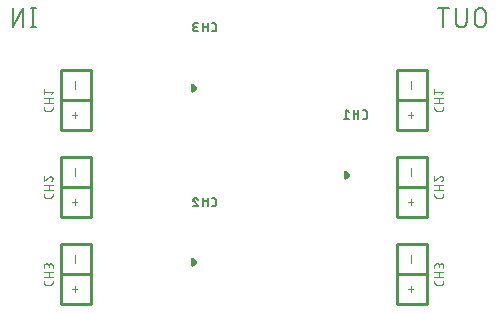
<source format=gbr>
G04 EAGLE Gerber RS-274X export*
G75*
%MOMM*%
%FSLAX34Y34*%
%LPD*%
%INSilkscreen Bottom*%
%IPPOS*%
%AMOC8*
5,1,8,0,0,1.08239X$1,22.5*%
G01*
%ADD10C,0.254000*%
%ADD11C,0.076200*%
%ADD12C,0.152400*%
%ADD13C,0.177800*%

G36*
X195638Y207022D02*
X195638Y207022D01*
X195777Y207026D01*
X195797Y207032D01*
X195817Y207033D01*
X195949Y207076D01*
X196083Y207115D01*
X196100Y207125D01*
X196119Y207131D01*
X196237Y207205D01*
X196357Y207276D01*
X196378Y207295D01*
X196388Y207301D01*
X196402Y207316D01*
X196478Y207383D01*
X199018Y209923D01*
X199091Y210017D01*
X199169Y210106D01*
X199179Y210125D01*
X199190Y210138D01*
X199198Y210155D01*
X199212Y210174D01*
X199260Y210283D01*
X199314Y210389D01*
X199319Y210412D01*
X199325Y210426D01*
X199329Y210442D01*
X199339Y210466D01*
X199357Y210583D01*
X199384Y210699D01*
X199383Y210725D01*
X199385Y210738D01*
X199384Y210752D01*
X199389Y210780D01*
X199377Y210898D01*
X199374Y211017D01*
X199366Y211044D01*
X199365Y211055D01*
X199362Y211067D01*
X199359Y211096D01*
X199319Y211209D01*
X199285Y211323D01*
X199271Y211348D01*
X199267Y211358D01*
X199261Y211368D01*
X199251Y211396D01*
X199184Y211494D01*
X199124Y211597D01*
X199084Y211642D01*
X199073Y211659D01*
X199057Y211672D01*
X199018Y211718D01*
X196478Y214258D01*
X196398Y214319D01*
X196330Y214383D01*
X196297Y214402D01*
X196261Y214431D01*
X196242Y214440D01*
X196226Y214452D01*
X196124Y214497D01*
X196052Y214537D01*
X196020Y214545D01*
X195973Y214567D01*
X195953Y214571D01*
X195934Y214579D01*
X195814Y214598D01*
X195744Y214616D01*
X195703Y214619D01*
X195661Y214627D01*
X195640Y214625D01*
X195620Y214629D01*
X195590Y214626D01*
X195583Y214626D01*
X195580Y214626D01*
X195536Y214621D01*
X195481Y214616D01*
X195343Y214607D01*
X195324Y214601D01*
X195304Y214599D01*
X195272Y214587D01*
X195264Y214586D01*
X195218Y214568D01*
X195172Y214552D01*
X195041Y214509D01*
X195023Y214498D01*
X195004Y214491D01*
X194977Y214473D01*
X194969Y214469D01*
X194920Y214434D01*
X194889Y214413D01*
X194772Y214339D01*
X194758Y214324D01*
X194741Y214313D01*
X194720Y214289D01*
X194711Y214283D01*
X194663Y214223D01*
X194649Y214209D01*
X194554Y214107D01*
X194544Y214089D01*
X194531Y214074D01*
X194518Y214048D01*
X194509Y214038D01*
X194468Y213951D01*
X194468Y213950D01*
X194400Y213829D01*
X194395Y213809D01*
X194386Y213791D01*
X194380Y213765D01*
X194373Y213750D01*
X194353Y213645D01*
X194321Y213521D01*
X194319Y213493D01*
X194317Y213481D01*
X194317Y213460D01*
X194317Y213456D01*
X194313Y213438D01*
X194314Y213419D01*
X194311Y213360D01*
X194311Y208280D01*
X194328Y208142D01*
X194341Y208004D01*
X194348Y207985D01*
X194351Y207964D01*
X194402Y207835D01*
X194449Y207704D01*
X194460Y207688D01*
X194468Y207669D01*
X194549Y207556D01*
X194627Y207441D01*
X194643Y207428D01*
X194654Y207411D01*
X194762Y207323D01*
X194866Y207231D01*
X194884Y207222D01*
X194899Y207209D01*
X195025Y207149D01*
X195149Y207086D01*
X195169Y207082D01*
X195187Y207073D01*
X195323Y207047D01*
X195459Y207017D01*
X195480Y207017D01*
X195500Y207013D01*
X195638Y207022D01*
G37*
G36*
X325178Y133362D02*
X325178Y133362D01*
X325317Y133366D01*
X325337Y133372D01*
X325357Y133373D01*
X325489Y133416D01*
X325623Y133455D01*
X325640Y133465D01*
X325659Y133471D01*
X325777Y133545D01*
X325897Y133616D01*
X325918Y133635D01*
X325928Y133641D01*
X325942Y133656D01*
X326018Y133723D01*
X328558Y136263D01*
X328631Y136357D01*
X328709Y136446D01*
X328719Y136465D01*
X328730Y136478D01*
X328738Y136495D01*
X328752Y136514D01*
X328800Y136623D01*
X328854Y136729D01*
X328859Y136752D01*
X328865Y136766D01*
X328869Y136782D01*
X328879Y136806D01*
X328897Y136923D01*
X328924Y137039D01*
X328923Y137065D01*
X328925Y137078D01*
X328924Y137092D01*
X328929Y137120D01*
X328917Y137238D01*
X328914Y137357D01*
X328906Y137384D01*
X328905Y137395D01*
X328902Y137407D01*
X328899Y137436D01*
X328859Y137549D01*
X328825Y137663D01*
X328811Y137688D01*
X328807Y137698D01*
X328801Y137708D01*
X328791Y137736D01*
X328724Y137834D01*
X328664Y137937D01*
X328624Y137982D01*
X328613Y137999D01*
X328597Y138012D01*
X328558Y138058D01*
X326018Y140598D01*
X325938Y140659D01*
X325870Y140723D01*
X325837Y140742D01*
X325801Y140771D01*
X325782Y140780D01*
X325766Y140792D01*
X325664Y140837D01*
X325592Y140877D01*
X325560Y140885D01*
X325513Y140907D01*
X325493Y140911D01*
X325474Y140919D01*
X325354Y140938D01*
X325284Y140956D01*
X325243Y140959D01*
X325201Y140967D01*
X325180Y140965D01*
X325160Y140969D01*
X325130Y140966D01*
X325123Y140966D01*
X325120Y140966D01*
X325076Y140961D01*
X325021Y140956D01*
X324883Y140947D01*
X324864Y140941D01*
X324844Y140939D01*
X324812Y140927D01*
X324804Y140926D01*
X324758Y140908D01*
X324712Y140892D01*
X324581Y140849D01*
X324563Y140838D01*
X324544Y140831D01*
X324517Y140813D01*
X324509Y140809D01*
X324460Y140774D01*
X324429Y140753D01*
X324312Y140679D01*
X324298Y140664D01*
X324281Y140653D01*
X324260Y140629D01*
X324251Y140623D01*
X324203Y140563D01*
X324189Y140549D01*
X324094Y140447D01*
X324084Y140429D01*
X324071Y140414D01*
X324058Y140388D01*
X324049Y140378D01*
X324008Y140291D01*
X324008Y140290D01*
X323940Y140169D01*
X323935Y140149D01*
X323926Y140131D01*
X323920Y140105D01*
X323913Y140090D01*
X323893Y139985D01*
X323861Y139861D01*
X323859Y139833D01*
X323857Y139821D01*
X323857Y139800D01*
X323857Y139796D01*
X323853Y139778D01*
X323854Y139759D01*
X323851Y139700D01*
X323851Y134620D01*
X323868Y134482D01*
X323881Y134344D01*
X323888Y134325D01*
X323891Y134304D01*
X323942Y134175D01*
X323989Y134044D01*
X324000Y134028D01*
X324008Y134009D01*
X324089Y133896D01*
X324167Y133781D01*
X324183Y133768D01*
X324194Y133751D01*
X324302Y133663D01*
X324406Y133571D01*
X324424Y133562D01*
X324439Y133549D01*
X324565Y133489D01*
X324689Y133426D01*
X324709Y133422D01*
X324727Y133413D01*
X324863Y133387D01*
X324999Y133357D01*
X325020Y133357D01*
X325040Y133353D01*
X325178Y133362D01*
G37*
G36*
X195638Y59702D02*
X195638Y59702D01*
X195777Y59706D01*
X195797Y59712D01*
X195817Y59713D01*
X195949Y59756D01*
X196083Y59795D01*
X196100Y59805D01*
X196119Y59811D01*
X196237Y59885D01*
X196357Y59956D01*
X196378Y59975D01*
X196388Y59981D01*
X196402Y59996D01*
X196478Y60063D01*
X199018Y62603D01*
X199091Y62697D01*
X199169Y62786D01*
X199179Y62805D01*
X199190Y62818D01*
X199198Y62835D01*
X199212Y62854D01*
X199260Y62963D01*
X199314Y63069D01*
X199319Y63092D01*
X199325Y63106D01*
X199329Y63122D01*
X199339Y63146D01*
X199357Y63263D01*
X199384Y63379D01*
X199383Y63405D01*
X199385Y63418D01*
X199384Y63432D01*
X199389Y63460D01*
X199377Y63578D01*
X199374Y63697D01*
X199366Y63724D01*
X199365Y63735D01*
X199362Y63747D01*
X199359Y63776D01*
X199319Y63889D01*
X199285Y64003D01*
X199271Y64028D01*
X199267Y64038D01*
X199261Y64048D01*
X199251Y64076D01*
X199184Y64174D01*
X199124Y64277D01*
X199084Y64322D01*
X199073Y64339D01*
X199057Y64352D01*
X199018Y64398D01*
X196478Y66938D01*
X196398Y66999D01*
X196330Y67063D01*
X196297Y67082D01*
X196261Y67111D01*
X196242Y67120D01*
X196226Y67132D01*
X196124Y67177D01*
X196052Y67217D01*
X196020Y67225D01*
X195973Y67247D01*
X195953Y67251D01*
X195934Y67259D01*
X195814Y67278D01*
X195744Y67296D01*
X195703Y67299D01*
X195661Y67307D01*
X195640Y67305D01*
X195620Y67309D01*
X195590Y67306D01*
X195583Y67306D01*
X195580Y67306D01*
X195536Y67301D01*
X195481Y67296D01*
X195343Y67287D01*
X195324Y67281D01*
X195304Y67279D01*
X195272Y67267D01*
X195264Y67266D01*
X195218Y67248D01*
X195172Y67232D01*
X195041Y67189D01*
X195023Y67178D01*
X195004Y67171D01*
X194977Y67153D01*
X194969Y67149D01*
X194920Y67114D01*
X194889Y67093D01*
X194772Y67019D01*
X194758Y67004D01*
X194741Y66993D01*
X194720Y66969D01*
X194711Y66963D01*
X194663Y66903D01*
X194649Y66889D01*
X194554Y66787D01*
X194544Y66769D01*
X194531Y66754D01*
X194518Y66728D01*
X194509Y66718D01*
X194468Y66631D01*
X194468Y66630D01*
X194400Y66509D01*
X194395Y66489D01*
X194386Y66471D01*
X194380Y66445D01*
X194373Y66430D01*
X194353Y66325D01*
X194321Y66201D01*
X194319Y66173D01*
X194317Y66161D01*
X194317Y66140D01*
X194317Y66136D01*
X194313Y66118D01*
X194314Y66099D01*
X194311Y66040D01*
X194311Y60960D01*
X194328Y60822D01*
X194341Y60684D01*
X194348Y60665D01*
X194351Y60644D01*
X194402Y60515D01*
X194449Y60384D01*
X194460Y60368D01*
X194468Y60349D01*
X194549Y60236D01*
X194627Y60121D01*
X194643Y60108D01*
X194654Y60091D01*
X194762Y60003D01*
X194866Y59911D01*
X194884Y59902D01*
X194899Y59889D01*
X195025Y59829D01*
X195149Y59766D01*
X195169Y59762D01*
X195187Y59753D01*
X195323Y59727D01*
X195459Y59697D01*
X195480Y59697D01*
X195500Y59693D01*
X195638Y59702D01*
G37*
D10*
X83820Y226060D02*
X83820Y200660D01*
X83820Y175260D01*
X109220Y175260D02*
X109220Y200660D01*
X109220Y226060D01*
X83820Y226060D01*
X83820Y200660D02*
X109220Y200660D01*
X109220Y175260D02*
X83820Y175260D01*
D11*
X69723Y193290D02*
X69723Y194927D01*
X69723Y193290D02*
X69725Y193212D01*
X69730Y193134D01*
X69740Y193057D01*
X69753Y192980D01*
X69769Y192904D01*
X69789Y192829D01*
X69813Y192755D01*
X69840Y192682D01*
X69871Y192610D01*
X69905Y192540D01*
X69942Y192472D01*
X69983Y192405D01*
X70027Y192340D01*
X70073Y192278D01*
X70123Y192218D01*
X70175Y192160D01*
X70230Y192105D01*
X70288Y192053D01*
X70348Y192003D01*
X70410Y191957D01*
X70475Y191913D01*
X70542Y191872D01*
X70610Y191835D01*
X70680Y191801D01*
X70752Y191770D01*
X70825Y191743D01*
X70899Y191719D01*
X70974Y191699D01*
X71050Y191683D01*
X71127Y191670D01*
X71204Y191660D01*
X71282Y191655D01*
X71360Y191653D01*
X75452Y191653D01*
X75530Y191655D01*
X75608Y191660D01*
X75685Y191670D01*
X75762Y191683D01*
X75838Y191699D01*
X75913Y191719D01*
X75987Y191743D01*
X76060Y191770D01*
X76132Y191801D01*
X76202Y191835D01*
X76271Y191872D01*
X76337Y191913D01*
X76402Y191957D01*
X76464Y192003D01*
X76524Y192053D01*
X76582Y192105D01*
X76637Y192160D01*
X76689Y192218D01*
X76739Y192278D01*
X76785Y192340D01*
X76829Y192405D01*
X76870Y192472D01*
X76907Y192540D01*
X76941Y192610D01*
X76972Y192682D01*
X76999Y192755D01*
X77023Y192829D01*
X77043Y192904D01*
X77059Y192980D01*
X77072Y193057D01*
X77082Y193134D01*
X77087Y193212D01*
X77089Y193290D01*
X77089Y194927D01*
X77089Y198016D02*
X69723Y198016D01*
X73815Y198016D02*
X73815Y202108D01*
X77089Y202108D02*
X69723Y202108D01*
X75452Y205575D02*
X77089Y207621D01*
X69723Y207621D01*
X69723Y205575D02*
X69723Y209667D01*
X95702Y190415D02*
X95702Y185505D01*
X98157Y187960D02*
X93246Y187960D01*
X95702Y210291D02*
X95702Y216429D01*
D10*
X83820Y152400D02*
X83820Y127000D01*
X83820Y101600D01*
X109220Y101600D02*
X109220Y127000D01*
X109220Y152400D01*
X83820Y152400D01*
X83820Y127000D02*
X109220Y127000D01*
X109220Y101600D02*
X83820Y101600D01*
D11*
X69723Y119630D02*
X69723Y121267D01*
X69723Y119630D02*
X69725Y119552D01*
X69730Y119474D01*
X69740Y119397D01*
X69753Y119320D01*
X69769Y119244D01*
X69789Y119169D01*
X69813Y119095D01*
X69840Y119022D01*
X69871Y118950D01*
X69905Y118880D01*
X69942Y118812D01*
X69983Y118745D01*
X70027Y118680D01*
X70073Y118618D01*
X70123Y118558D01*
X70175Y118500D01*
X70230Y118445D01*
X70288Y118393D01*
X70348Y118343D01*
X70410Y118297D01*
X70475Y118253D01*
X70542Y118212D01*
X70610Y118175D01*
X70680Y118141D01*
X70752Y118110D01*
X70825Y118083D01*
X70899Y118059D01*
X70974Y118039D01*
X71050Y118023D01*
X71127Y118010D01*
X71204Y118000D01*
X71282Y117995D01*
X71360Y117993D01*
X75452Y117993D01*
X75530Y117995D01*
X75608Y118000D01*
X75685Y118010D01*
X75762Y118023D01*
X75838Y118039D01*
X75913Y118059D01*
X75987Y118083D01*
X76060Y118110D01*
X76132Y118141D01*
X76202Y118175D01*
X76271Y118212D01*
X76337Y118253D01*
X76402Y118297D01*
X76464Y118343D01*
X76524Y118393D01*
X76582Y118445D01*
X76637Y118500D01*
X76689Y118558D01*
X76739Y118618D01*
X76785Y118680D01*
X76829Y118745D01*
X76870Y118812D01*
X76907Y118880D01*
X76941Y118950D01*
X76972Y119022D01*
X76999Y119095D01*
X77023Y119169D01*
X77043Y119244D01*
X77059Y119320D01*
X77072Y119397D01*
X77082Y119474D01*
X77087Y119552D01*
X77089Y119630D01*
X77089Y121267D01*
X77089Y124356D02*
X69723Y124356D01*
X73815Y124356D02*
X73815Y128448D01*
X77089Y128448D02*
X69723Y128448D01*
X77090Y134166D02*
X77088Y134251D01*
X77082Y134336D01*
X77072Y134420D01*
X77059Y134504D01*
X77041Y134588D01*
X77020Y134670D01*
X76995Y134751D01*
X76966Y134831D01*
X76933Y134910D01*
X76897Y134987D01*
X76857Y135062D01*
X76814Y135136D01*
X76768Y135207D01*
X76718Y135276D01*
X76665Y135343D01*
X76609Y135407D01*
X76550Y135468D01*
X76489Y135527D01*
X76425Y135583D01*
X76358Y135636D01*
X76289Y135686D01*
X76218Y135732D01*
X76144Y135775D01*
X76069Y135815D01*
X75992Y135851D01*
X75913Y135884D01*
X75833Y135913D01*
X75752Y135938D01*
X75670Y135959D01*
X75586Y135977D01*
X75502Y135990D01*
X75418Y136000D01*
X75333Y136006D01*
X75248Y136008D01*
X77089Y134166D02*
X77087Y134070D01*
X77081Y133974D01*
X77071Y133879D01*
X77058Y133784D01*
X77040Y133689D01*
X77019Y133596D01*
X76994Y133503D01*
X76965Y133412D01*
X76933Y133321D01*
X76897Y133232D01*
X76857Y133145D01*
X76814Y133059D01*
X76768Y132975D01*
X76718Y132893D01*
X76664Y132813D01*
X76608Y132736D01*
X76548Y132661D01*
X76486Y132588D01*
X76420Y132518D01*
X76352Y132450D01*
X76281Y132385D01*
X76208Y132324D01*
X76132Y132265D01*
X76053Y132209D01*
X75973Y132157D01*
X75890Y132108D01*
X75806Y132062D01*
X75720Y132020D01*
X75632Y131982D01*
X75543Y131947D01*
X75452Y131915D01*
X73816Y135393D02*
X73875Y135453D01*
X73937Y135510D01*
X74001Y135565D01*
X74068Y135616D01*
X74137Y135665D01*
X74207Y135711D01*
X74280Y135754D01*
X74354Y135794D01*
X74430Y135830D01*
X74508Y135863D01*
X74587Y135893D01*
X74667Y135920D01*
X74748Y135943D01*
X74830Y135962D01*
X74912Y135978D01*
X74996Y135991D01*
X75080Y136000D01*
X75164Y136005D01*
X75248Y136007D01*
X73815Y135393D02*
X69723Y131915D01*
X69723Y136007D01*
X95702Y116755D02*
X95702Y111845D01*
X98157Y114300D02*
X93246Y114300D01*
X95702Y136631D02*
X95702Y142769D01*
D10*
X83820Y78740D02*
X83820Y53340D01*
X83820Y27940D01*
X109220Y27940D02*
X109220Y53340D01*
X109220Y78740D01*
X83820Y78740D01*
X83820Y53340D02*
X109220Y53340D01*
X109220Y27940D02*
X83820Y27940D01*
D11*
X69723Y45970D02*
X69723Y47607D01*
X69723Y45970D02*
X69725Y45892D01*
X69730Y45814D01*
X69740Y45737D01*
X69753Y45660D01*
X69769Y45584D01*
X69789Y45509D01*
X69813Y45435D01*
X69840Y45362D01*
X69871Y45290D01*
X69905Y45220D01*
X69942Y45152D01*
X69983Y45085D01*
X70027Y45020D01*
X70073Y44958D01*
X70123Y44898D01*
X70175Y44840D01*
X70230Y44785D01*
X70288Y44733D01*
X70348Y44683D01*
X70410Y44637D01*
X70475Y44593D01*
X70542Y44552D01*
X70610Y44515D01*
X70680Y44481D01*
X70752Y44450D01*
X70825Y44423D01*
X70899Y44399D01*
X70974Y44379D01*
X71050Y44363D01*
X71127Y44350D01*
X71204Y44340D01*
X71282Y44335D01*
X71360Y44333D01*
X75452Y44333D01*
X75530Y44335D01*
X75608Y44340D01*
X75685Y44350D01*
X75762Y44363D01*
X75838Y44379D01*
X75913Y44399D01*
X75987Y44423D01*
X76060Y44450D01*
X76132Y44481D01*
X76202Y44515D01*
X76271Y44552D01*
X76337Y44593D01*
X76402Y44637D01*
X76464Y44683D01*
X76524Y44733D01*
X76582Y44785D01*
X76637Y44840D01*
X76689Y44898D01*
X76739Y44958D01*
X76785Y45020D01*
X76829Y45085D01*
X76870Y45152D01*
X76907Y45220D01*
X76941Y45290D01*
X76972Y45362D01*
X76999Y45435D01*
X77023Y45509D01*
X77043Y45584D01*
X77059Y45660D01*
X77072Y45737D01*
X77082Y45814D01*
X77087Y45892D01*
X77089Y45970D01*
X77089Y47607D01*
X77089Y50696D02*
X69723Y50696D01*
X73815Y50696D02*
X73815Y54788D01*
X77089Y54788D02*
X69723Y54788D01*
X69723Y58255D02*
X69723Y60301D01*
X69725Y60390D01*
X69731Y60479D01*
X69741Y60568D01*
X69754Y60656D01*
X69771Y60744D01*
X69793Y60831D01*
X69818Y60916D01*
X69846Y61001D01*
X69879Y61084D01*
X69915Y61166D01*
X69954Y61246D01*
X69997Y61324D01*
X70043Y61400D01*
X70093Y61475D01*
X70146Y61547D01*
X70202Y61616D01*
X70261Y61683D01*
X70322Y61748D01*
X70387Y61809D01*
X70454Y61868D01*
X70523Y61924D01*
X70595Y61977D01*
X70670Y62027D01*
X70746Y62073D01*
X70824Y62116D01*
X70904Y62155D01*
X70986Y62191D01*
X71069Y62224D01*
X71154Y62252D01*
X71239Y62277D01*
X71326Y62299D01*
X71414Y62316D01*
X71502Y62329D01*
X71591Y62339D01*
X71680Y62345D01*
X71769Y62347D01*
X71858Y62345D01*
X71947Y62339D01*
X72036Y62329D01*
X72124Y62316D01*
X72212Y62299D01*
X72299Y62277D01*
X72384Y62252D01*
X72469Y62224D01*
X72552Y62191D01*
X72634Y62155D01*
X72714Y62116D01*
X72792Y62073D01*
X72868Y62027D01*
X72943Y61977D01*
X73015Y61924D01*
X73084Y61868D01*
X73151Y61809D01*
X73216Y61748D01*
X73277Y61683D01*
X73336Y61616D01*
X73392Y61547D01*
X73445Y61475D01*
X73495Y61400D01*
X73541Y61324D01*
X73584Y61246D01*
X73623Y61166D01*
X73659Y61084D01*
X73692Y61001D01*
X73720Y60916D01*
X73745Y60831D01*
X73767Y60744D01*
X73784Y60656D01*
X73797Y60568D01*
X73807Y60479D01*
X73813Y60390D01*
X73815Y60301D01*
X77089Y60710D02*
X77089Y58255D01*
X77089Y60710D02*
X77087Y60789D01*
X77081Y60868D01*
X77072Y60947D01*
X77059Y61025D01*
X77041Y61102D01*
X77021Y61178D01*
X76996Y61253D01*
X76968Y61327D01*
X76937Y61400D01*
X76901Y61471D01*
X76863Y61540D01*
X76821Y61607D01*
X76776Y61672D01*
X76728Y61735D01*
X76677Y61796D01*
X76623Y61853D01*
X76567Y61909D01*
X76508Y61961D01*
X76446Y62011D01*
X76382Y62057D01*
X76316Y62101D01*
X76248Y62141D01*
X76178Y62177D01*
X76106Y62211D01*
X76032Y62241D01*
X75958Y62267D01*
X75882Y62290D01*
X75805Y62308D01*
X75728Y62324D01*
X75649Y62335D01*
X75571Y62343D01*
X75492Y62347D01*
X75412Y62347D01*
X75333Y62343D01*
X75255Y62335D01*
X75176Y62324D01*
X75099Y62308D01*
X75022Y62290D01*
X74946Y62267D01*
X74872Y62241D01*
X74798Y62211D01*
X74726Y62177D01*
X74656Y62141D01*
X74588Y62101D01*
X74522Y62057D01*
X74458Y62011D01*
X74396Y61961D01*
X74337Y61909D01*
X74281Y61853D01*
X74227Y61796D01*
X74176Y61735D01*
X74128Y61672D01*
X74083Y61607D01*
X74041Y61540D01*
X74003Y61471D01*
X73967Y61400D01*
X73936Y61327D01*
X73908Y61253D01*
X73883Y61178D01*
X73863Y61102D01*
X73845Y61025D01*
X73832Y60947D01*
X73823Y60868D01*
X73817Y60789D01*
X73815Y60710D01*
X73815Y59073D01*
X95702Y43095D02*
X95702Y38185D01*
X98157Y40640D02*
X93246Y40640D01*
X95702Y62971D02*
X95702Y69109D01*
X400431Y193290D02*
X400431Y194927D01*
X400431Y193290D02*
X400433Y193212D01*
X400438Y193134D01*
X400448Y193057D01*
X400461Y192980D01*
X400477Y192904D01*
X400497Y192829D01*
X400521Y192755D01*
X400548Y192682D01*
X400579Y192610D01*
X400613Y192540D01*
X400650Y192472D01*
X400691Y192405D01*
X400735Y192340D01*
X400781Y192278D01*
X400831Y192218D01*
X400883Y192160D01*
X400938Y192105D01*
X400996Y192053D01*
X401056Y192003D01*
X401118Y191957D01*
X401183Y191913D01*
X401250Y191872D01*
X401318Y191835D01*
X401388Y191801D01*
X401460Y191770D01*
X401533Y191743D01*
X401607Y191719D01*
X401682Y191699D01*
X401758Y191683D01*
X401835Y191670D01*
X401912Y191660D01*
X401990Y191655D01*
X402068Y191653D01*
X406160Y191653D01*
X406238Y191655D01*
X406316Y191660D01*
X406393Y191670D01*
X406470Y191683D01*
X406546Y191699D01*
X406621Y191719D01*
X406695Y191743D01*
X406768Y191770D01*
X406840Y191801D01*
X406910Y191835D01*
X406979Y191872D01*
X407045Y191913D01*
X407110Y191957D01*
X407172Y192003D01*
X407232Y192053D01*
X407290Y192105D01*
X407345Y192160D01*
X407397Y192218D01*
X407447Y192278D01*
X407493Y192340D01*
X407537Y192405D01*
X407578Y192472D01*
X407615Y192540D01*
X407649Y192610D01*
X407680Y192682D01*
X407707Y192755D01*
X407731Y192829D01*
X407751Y192904D01*
X407767Y192980D01*
X407780Y193057D01*
X407790Y193134D01*
X407795Y193212D01*
X407797Y193290D01*
X407797Y194927D01*
X407797Y198016D02*
X400431Y198016D01*
X404523Y198016D02*
X404523Y202108D01*
X407797Y202108D02*
X400431Y202108D01*
X406160Y205575D02*
X407797Y207621D01*
X400431Y207621D01*
X400431Y205575D02*
X400431Y209667D01*
X400431Y121267D02*
X400431Y119630D01*
X400433Y119552D01*
X400438Y119474D01*
X400448Y119397D01*
X400461Y119320D01*
X400477Y119244D01*
X400497Y119169D01*
X400521Y119095D01*
X400548Y119022D01*
X400579Y118950D01*
X400613Y118880D01*
X400650Y118812D01*
X400691Y118745D01*
X400735Y118680D01*
X400781Y118618D01*
X400831Y118558D01*
X400883Y118500D01*
X400938Y118445D01*
X400996Y118393D01*
X401056Y118343D01*
X401118Y118297D01*
X401183Y118253D01*
X401250Y118212D01*
X401318Y118175D01*
X401388Y118141D01*
X401460Y118110D01*
X401533Y118083D01*
X401607Y118059D01*
X401682Y118039D01*
X401758Y118023D01*
X401835Y118010D01*
X401912Y118000D01*
X401990Y117995D01*
X402068Y117993D01*
X406160Y117993D01*
X406238Y117995D01*
X406316Y118000D01*
X406393Y118010D01*
X406470Y118023D01*
X406546Y118039D01*
X406621Y118059D01*
X406695Y118083D01*
X406768Y118110D01*
X406840Y118141D01*
X406910Y118175D01*
X406979Y118212D01*
X407045Y118253D01*
X407110Y118297D01*
X407172Y118343D01*
X407232Y118393D01*
X407290Y118445D01*
X407345Y118500D01*
X407397Y118558D01*
X407447Y118618D01*
X407493Y118680D01*
X407537Y118745D01*
X407578Y118812D01*
X407615Y118880D01*
X407649Y118950D01*
X407680Y119022D01*
X407707Y119095D01*
X407731Y119169D01*
X407751Y119244D01*
X407767Y119320D01*
X407780Y119397D01*
X407790Y119474D01*
X407795Y119552D01*
X407797Y119630D01*
X407797Y121267D01*
X407797Y124356D02*
X400431Y124356D01*
X404523Y124356D02*
X404523Y128448D01*
X407797Y128448D02*
X400431Y128448D01*
X407798Y134166D02*
X407796Y134251D01*
X407790Y134336D01*
X407780Y134420D01*
X407767Y134504D01*
X407749Y134588D01*
X407728Y134670D01*
X407703Y134751D01*
X407674Y134831D01*
X407641Y134910D01*
X407605Y134987D01*
X407565Y135062D01*
X407522Y135136D01*
X407476Y135207D01*
X407426Y135276D01*
X407373Y135343D01*
X407317Y135407D01*
X407258Y135468D01*
X407197Y135527D01*
X407133Y135583D01*
X407066Y135636D01*
X406997Y135686D01*
X406926Y135732D01*
X406852Y135775D01*
X406777Y135815D01*
X406700Y135851D01*
X406621Y135884D01*
X406541Y135913D01*
X406460Y135938D01*
X406378Y135959D01*
X406294Y135977D01*
X406210Y135990D01*
X406126Y136000D01*
X406041Y136006D01*
X405956Y136008D01*
X407797Y134166D02*
X407795Y134070D01*
X407789Y133974D01*
X407779Y133879D01*
X407766Y133784D01*
X407748Y133689D01*
X407727Y133596D01*
X407702Y133503D01*
X407673Y133412D01*
X407641Y133321D01*
X407605Y133232D01*
X407565Y133145D01*
X407522Y133059D01*
X407476Y132975D01*
X407426Y132893D01*
X407372Y132813D01*
X407316Y132736D01*
X407256Y132661D01*
X407194Y132588D01*
X407128Y132518D01*
X407060Y132450D01*
X406989Y132385D01*
X406916Y132324D01*
X406840Y132265D01*
X406761Y132209D01*
X406681Y132157D01*
X406598Y132108D01*
X406514Y132062D01*
X406428Y132020D01*
X406340Y131982D01*
X406251Y131947D01*
X406160Y131915D01*
X404524Y135393D02*
X404583Y135453D01*
X404645Y135510D01*
X404709Y135565D01*
X404776Y135616D01*
X404845Y135665D01*
X404915Y135711D01*
X404988Y135754D01*
X405062Y135794D01*
X405138Y135830D01*
X405216Y135863D01*
X405295Y135893D01*
X405375Y135920D01*
X405456Y135943D01*
X405538Y135962D01*
X405620Y135978D01*
X405704Y135991D01*
X405788Y136000D01*
X405872Y136005D01*
X405956Y136007D01*
X404523Y135393D02*
X400431Y131915D01*
X400431Y136007D01*
D10*
X368300Y200660D02*
X368300Y226060D01*
X368300Y200660D02*
X368300Y175260D01*
X393700Y175260D02*
X393700Y200660D01*
X393700Y226060D01*
X368300Y226060D01*
X368300Y200660D02*
X393700Y200660D01*
X393700Y175260D02*
X368300Y175260D01*
D11*
X400431Y47607D02*
X400431Y45970D01*
X400433Y45892D01*
X400438Y45814D01*
X400448Y45737D01*
X400461Y45660D01*
X400477Y45584D01*
X400497Y45509D01*
X400521Y45435D01*
X400548Y45362D01*
X400579Y45290D01*
X400613Y45220D01*
X400650Y45152D01*
X400691Y45085D01*
X400735Y45020D01*
X400781Y44958D01*
X400831Y44898D01*
X400883Y44840D01*
X400938Y44785D01*
X400996Y44733D01*
X401056Y44683D01*
X401118Y44637D01*
X401183Y44593D01*
X401250Y44552D01*
X401318Y44515D01*
X401388Y44481D01*
X401460Y44450D01*
X401533Y44423D01*
X401607Y44399D01*
X401682Y44379D01*
X401758Y44363D01*
X401835Y44350D01*
X401912Y44340D01*
X401990Y44335D01*
X402068Y44333D01*
X406160Y44333D01*
X406238Y44335D01*
X406316Y44340D01*
X406393Y44350D01*
X406470Y44363D01*
X406546Y44379D01*
X406621Y44399D01*
X406695Y44423D01*
X406768Y44450D01*
X406840Y44481D01*
X406910Y44515D01*
X406979Y44552D01*
X407045Y44593D01*
X407110Y44637D01*
X407172Y44683D01*
X407232Y44733D01*
X407290Y44785D01*
X407345Y44840D01*
X407397Y44898D01*
X407447Y44958D01*
X407493Y45020D01*
X407537Y45085D01*
X407578Y45152D01*
X407615Y45220D01*
X407649Y45290D01*
X407680Y45362D01*
X407707Y45435D01*
X407731Y45509D01*
X407751Y45584D01*
X407767Y45660D01*
X407780Y45737D01*
X407790Y45814D01*
X407795Y45892D01*
X407797Y45970D01*
X407797Y47607D01*
X407797Y50696D02*
X400431Y50696D01*
X404523Y50696D02*
X404523Y54788D01*
X407797Y54788D02*
X400431Y54788D01*
X400431Y58255D02*
X400431Y60301D01*
X400433Y60390D01*
X400439Y60479D01*
X400449Y60568D01*
X400462Y60656D01*
X400479Y60744D01*
X400501Y60831D01*
X400526Y60916D01*
X400554Y61001D01*
X400587Y61084D01*
X400623Y61166D01*
X400662Y61246D01*
X400705Y61324D01*
X400751Y61400D01*
X400801Y61475D01*
X400854Y61547D01*
X400910Y61616D01*
X400969Y61683D01*
X401030Y61748D01*
X401095Y61809D01*
X401162Y61868D01*
X401231Y61924D01*
X401303Y61977D01*
X401378Y62027D01*
X401454Y62073D01*
X401532Y62116D01*
X401612Y62155D01*
X401694Y62191D01*
X401777Y62224D01*
X401862Y62252D01*
X401947Y62277D01*
X402034Y62299D01*
X402122Y62316D01*
X402210Y62329D01*
X402299Y62339D01*
X402388Y62345D01*
X402477Y62347D01*
X402566Y62345D01*
X402655Y62339D01*
X402744Y62329D01*
X402832Y62316D01*
X402920Y62299D01*
X403007Y62277D01*
X403092Y62252D01*
X403177Y62224D01*
X403260Y62191D01*
X403342Y62155D01*
X403422Y62116D01*
X403500Y62073D01*
X403576Y62027D01*
X403651Y61977D01*
X403723Y61924D01*
X403792Y61868D01*
X403859Y61809D01*
X403924Y61748D01*
X403985Y61683D01*
X404044Y61616D01*
X404100Y61547D01*
X404153Y61475D01*
X404203Y61400D01*
X404249Y61324D01*
X404292Y61246D01*
X404331Y61166D01*
X404367Y61084D01*
X404400Y61001D01*
X404428Y60916D01*
X404453Y60831D01*
X404475Y60744D01*
X404492Y60656D01*
X404505Y60568D01*
X404515Y60479D01*
X404521Y60390D01*
X404523Y60301D01*
X407797Y60710D02*
X407797Y58255D01*
X407797Y60710D02*
X407795Y60789D01*
X407789Y60868D01*
X407780Y60947D01*
X407767Y61025D01*
X407749Y61102D01*
X407729Y61178D01*
X407704Y61253D01*
X407676Y61327D01*
X407645Y61400D01*
X407609Y61471D01*
X407571Y61540D01*
X407529Y61607D01*
X407484Y61672D01*
X407436Y61735D01*
X407385Y61796D01*
X407331Y61853D01*
X407275Y61909D01*
X407216Y61961D01*
X407154Y62011D01*
X407090Y62057D01*
X407024Y62101D01*
X406956Y62141D01*
X406886Y62177D01*
X406814Y62211D01*
X406740Y62241D01*
X406666Y62267D01*
X406590Y62290D01*
X406513Y62308D01*
X406436Y62324D01*
X406357Y62335D01*
X406279Y62343D01*
X406200Y62347D01*
X406120Y62347D01*
X406041Y62343D01*
X405963Y62335D01*
X405884Y62324D01*
X405807Y62308D01*
X405730Y62290D01*
X405654Y62267D01*
X405580Y62241D01*
X405506Y62211D01*
X405434Y62177D01*
X405364Y62141D01*
X405296Y62101D01*
X405230Y62057D01*
X405166Y62011D01*
X405104Y61961D01*
X405045Y61909D01*
X404989Y61853D01*
X404935Y61796D01*
X404884Y61735D01*
X404836Y61672D01*
X404791Y61607D01*
X404749Y61540D01*
X404711Y61471D01*
X404675Y61400D01*
X404644Y61327D01*
X404616Y61253D01*
X404591Y61178D01*
X404571Y61102D01*
X404553Y61025D01*
X404540Y60947D01*
X404531Y60868D01*
X404525Y60789D01*
X404523Y60710D01*
X404523Y59073D01*
X380182Y185505D02*
X380182Y190415D01*
X382637Y187960D02*
X377726Y187960D01*
X380182Y210291D02*
X380182Y216429D01*
D10*
X368300Y152400D02*
X368300Y127000D01*
X368300Y101600D01*
X393700Y101600D02*
X393700Y127000D01*
X393700Y152400D01*
X368300Y152400D01*
X368300Y127000D02*
X393700Y127000D01*
X393700Y101600D02*
X368300Y101600D01*
D11*
X380182Y111845D02*
X380182Y116755D01*
X382637Y114300D02*
X377726Y114300D01*
X380182Y136631D02*
X380182Y142769D01*
D10*
X368300Y78740D02*
X368300Y53340D01*
X368300Y27940D01*
X393700Y27940D02*
X393700Y53340D01*
X393700Y78740D01*
X368300Y78740D01*
X368300Y53340D02*
X393700Y53340D01*
X393700Y27940D02*
X368300Y27940D01*
D11*
X380182Y38185D02*
X380182Y43095D01*
X382637Y40640D02*
X377726Y40640D01*
X380182Y62971D02*
X380182Y69109D01*
D12*
X60932Y262382D02*
X60932Y278638D01*
X62738Y262382D02*
X59126Y262382D01*
X59126Y278638D02*
X62738Y278638D01*
X52421Y278638D02*
X52421Y262382D01*
X43390Y262382D02*
X52421Y278638D01*
X43390Y278638D02*
X43390Y262382D01*
X443738Y266898D02*
X443738Y274122D01*
X443736Y274255D01*
X443730Y274387D01*
X443720Y274519D01*
X443707Y274651D01*
X443689Y274783D01*
X443668Y274913D01*
X443643Y275044D01*
X443614Y275173D01*
X443581Y275301D01*
X443545Y275429D01*
X443505Y275555D01*
X443461Y275680D01*
X443413Y275804D01*
X443362Y275926D01*
X443307Y276047D01*
X443249Y276166D01*
X443187Y276284D01*
X443122Y276399D01*
X443053Y276513D01*
X442982Y276624D01*
X442906Y276733D01*
X442828Y276840D01*
X442747Y276945D01*
X442662Y277047D01*
X442575Y277147D01*
X442485Y277244D01*
X442392Y277339D01*
X442296Y277430D01*
X442198Y277519D01*
X442097Y277605D01*
X441993Y277688D01*
X441887Y277768D01*
X441779Y277844D01*
X441669Y277918D01*
X441556Y277988D01*
X441442Y278055D01*
X441325Y278118D01*
X441207Y278178D01*
X441087Y278235D01*
X440965Y278288D01*
X440842Y278337D01*
X440718Y278383D01*
X440592Y278425D01*
X440465Y278463D01*
X440337Y278498D01*
X440208Y278529D01*
X440079Y278556D01*
X439948Y278579D01*
X439817Y278599D01*
X439685Y278614D01*
X439553Y278626D01*
X439421Y278634D01*
X439288Y278638D01*
X439156Y278638D01*
X439023Y278634D01*
X438891Y278626D01*
X438759Y278614D01*
X438627Y278599D01*
X438496Y278579D01*
X438365Y278556D01*
X438236Y278529D01*
X438107Y278498D01*
X437979Y278463D01*
X437852Y278425D01*
X437726Y278383D01*
X437602Y278337D01*
X437479Y278288D01*
X437357Y278235D01*
X437237Y278178D01*
X437119Y278118D01*
X437002Y278055D01*
X436888Y277988D01*
X436775Y277918D01*
X436665Y277844D01*
X436557Y277768D01*
X436451Y277688D01*
X436347Y277605D01*
X436246Y277519D01*
X436148Y277430D01*
X436052Y277339D01*
X435959Y277244D01*
X435869Y277147D01*
X435782Y277047D01*
X435697Y276945D01*
X435616Y276840D01*
X435538Y276733D01*
X435462Y276624D01*
X435391Y276513D01*
X435322Y276399D01*
X435257Y276284D01*
X435195Y276166D01*
X435137Y276047D01*
X435082Y275926D01*
X435031Y275804D01*
X434983Y275680D01*
X434939Y275555D01*
X434899Y275429D01*
X434863Y275301D01*
X434830Y275173D01*
X434801Y275044D01*
X434776Y274913D01*
X434755Y274783D01*
X434737Y274651D01*
X434724Y274519D01*
X434714Y274387D01*
X434708Y274255D01*
X434706Y274122D01*
X434707Y274122D02*
X434707Y266898D01*
X434706Y266898D02*
X434708Y266765D01*
X434714Y266633D01*
X434724Y266501D01*
X434737Y266369D01*
X434755Y266237D01*
X434776Y266107D01*
X434801Y265976D01*
X434830Y265847D01*
X434863Y265719D01*
X434899Y265591D01*
X434939Y265465D01*
X434983Y265340D01*
X435031Y265216D01*
X435082Y265094D01*
X435137Y264973D01*
X435195Y264854D01*
X435257Y264736D01*
X435322Y264621D01*
X435391Y264507D01*
X435462Y264396D01*
X435538Y264287D01*
X435616Y264180D01*
X435697Y264075D01*
X435782Y263973D01*
X435869Y263873D01*
X435959Y263776D01*
X436052Y263681D01*
X436148Y263590D01*
X436246Y263501D01*
X436347Y263415D01*
X436451Y263332D01*
X436557Y263252D01*
X436665Y263176D01*
X436775Y263102D01*
X436888Y263032D01*
X437002Y262965D01*
X437119Y262902D01*
X437237Y262842D01*
X437357Y262785D01*
X437479Y262732D01*
X437602Y262683D01*
X437726Y262637D01*
X437852Y262595D01*
X437979Y262557D01*
X438107Y262522D01*
X438236Y262491D01*
X438365Y262464D01*
X438496Y262441D01*
X438627Y262421D01*
X438759Y262406D01*
X438891Y262394D01*
X439023Y262386D01*
X439156Y262382D01*
X439288Y262382D01*
X439421Y262386D01*
X439553Y262394D01*
X439685Y262406D01*
X439817Y262421D01*
X439948Y262441D01*
X440079Y262464D01*
X440208Y262491D01*
X440337Y262522D01*
X440465Y262557D01*
X440592Y262595D01*
X440718Y262637D01*
X440842Y262683D01*
X440965Y262732D01*
X441087Y262785D01*
X441207Y262842D01*
X441325Y262902D01*
X441442Y262965D01*
X441556Y263032D01*
X441669Y263102D01*
X441779Y263176D01*
X441887Y263252D01*
X441993Y263332D01*
X442097Y263415D01*
X442198Y263501D01*
X442296Y263590D01*
X442392Y263681D01*
X442485Y263776D01*
X442575Y263873D01*
X442662Y263973D01*
X442747Y264075D01*
X442828Y264180D01*
X442906Y264287D01*
X442982Y264396D01*
X443053Y264507D01*
X443122Y264621D01*
X443187Y264736D01*
X443249Y264854D01*
X443307Y264973D01*
X443362Y265094D01*
X443413Y265216D01*
X443461Y265340D01*
X443505Y265465D01*
X443545Y265591D01*
X443581Y265719D01*
X443614Y265847D01*
X443643Y265976D01*
X443668Y266107D01*
X443689Y266237D01*
X443707Y266369D01*
X443720Y266501D01*
X443730Y266633D01*
X443736Y266765D01*
X443738Y266898D01*
X427586Y266898D02*
X427586Y278638D01*
X427586Y266898D02*
X427584Y266765D01*
X427578Y266633D01*
X427568Y266501D01*
X427555Y266369D01*
X427537Y266237D01*
X427516Y266107D01*
X427491Y265976D01*
X427462Y265847D01*
X427429Y265719D01*
X427393Y265591D01*
X427353Y265465D01*
X427309Y265340D01*
X427261Y265216D01*
X427210Y265094D01*
X427155Y264973D01*
X427097Y264854D01*
X427035Y264736D01*
X426970Y264621D01*
X426901Y264507D01*
X426830Y264396D01*
X426754Y264287D01*
X426676Y264180D01*
X426595Y264075D01*
X426510Y263973D01*
X426423Y263873D01*
X426333Y263776D01*
X426240Y263681D01*
X426144Y263590D01*
X426046Y263501D01*
X425945Y263415D01*
X425841Y263332D01*
X425735Y263252D01*
X425627Y263176D01*
X425517Y263102D01*
X425404Y263032D01*
X425290Y262965D01*
X425173Y262902D01*
X425055Y262842D01*
X424935Y262785D01*
X424813Y262732D01*
X424690Y262683D01*
X424566Y262637D01*
X424440Y262595D01*
X424313Y262557D01*
X424185Y262522D01*
X424056Y262491D01*
X423927Y262464D01*
X423796Y262441D01*
X423665Y262421D01*
X423533Y262406D01*
X423401Y262394D01*
X423269Y262386D01*
X423136Y262382D01*
X423004Y262382D01*
X422871Y262386D01*
X422739Y262394D01*
X422607Y262406D01*
X422475Y262421D01*
X422344Y262441D01*
X422213Y262464D01*
X422084Y262491D01*
X421955Y262522D01*
X421827Y262557D01*
X421700Y262595D01*
X421574Y262637D01*
X421450Y262683D01*
X421327Y262732D01*
X421205Y262785D01*
X421085Y262842D01*
X420967Y262902D01*
X420850Y262965D01*
X420736Y263032D01*
X420623Y263102D01*
X420513Y263176D01*
X420405Y263252D01*
X420299Y263332D01*
X420195Y263415D01*
X420094Y263501D01*
X419996Y263590D01*
X419900Y263681D01*
X419807Y263776D01*
X419717Y263873D01*
X419630Y263973D01*
X419545Y264075D01*
X419464Y264180D01*
X419386Y264287D01*
X419310Y264396D01*
X419239Y264507D01*
X419170Y264621D01*
X419105Y264736D01*
X419043Y264854D01*
X418985Y264973D01*
X418930Y265094D01*
X418879Y265216D01*
X418831Y265340D01*
X418787Y265465D01*
X418747Y265591D01*
X418711Y265719D01*
X418678Y265847D01*
X418649Y265976D01*
X418624Y266107D01*
X418603Y266237D01*
X418585Y266369D01*
X418572Y266501D01*
X418562Y266633D01*
X418556Y266765D01*
X418554Y266898D01*
X418555Y266898D02*
X418555Y278638D01*
X407960Y278638D02*
X407960Y262382D01*
X412476Y278638D02*
X403444Y278638D01*
D13*
X341447Y184785D02*
X339866Y184785D01*
X341447Y184785D02*
X341525Y184787D01*
X341602Y184793D01*
X341679Y184802D01*
X341755Y184815D01*
X341831Y184832D01*
X341906Y184853D01*
X341979Y184877D01*
X342052Y184905D01*
X342123Y184937D01*
X342192Y184972D01*
X342259Y185010D01*
X342325Y185051D01*
X342388Y185096D01*
X342449Y185144D01*
X342508Y185194D01*
X342564Y185248D01*
X342618Y185304D01*
X342668Y185363D01*
X342716Y185424D01*
X342761Y185487D01*
X342802Y185553D01*
X342840Y185620D01*
X342875Y185689D01*
X342907Y185760D01*
X342935Y185833D01*
X342959Y185906D01*
X342980Y185981D01*
X342997Y186057D01*
X343010Y186133D01*
X343019Y186210D01*
X343025Y186287D01*
X343027Y186365D01*
X343027Y190317D01*
X343025Y190395D01*
X343019Y190472D01*
X343010Y190549D01*
X342997Y190625D01*
X342980Y190701D01*
X342959Y190776D01*
X342935Y190849D01*
X342907Y190922D01*
X342875Y190993D01*
X342840Y191062D01*
X342802Y191129D01*
X342761Y191195D01*
X342716Y191258D01*
X342668Y191319D01*
X342618Y191378D01*
X342564Y191434D01*
X342508Y191488D01*
X342449Y191538D01*
X342388Y191586D01*
X342325Y191631D01*
X342259Y191672D01*
X342192Y191710D01*
X342123Y191745D01*
X342052Y191777D01*
X341979Y191805D01*
X341906Y191829D01*
X341831Y191850D01*
X341755Y191867D01*
X341679Y191880D01*
X341602Y191889D01*
X341525Y191895D01*
X341447Y191897D01*
X339866Y191897D01*
X336052Y191897D02*
X336052Y184785D01*
X336052Y188736D02*
X332101Y188736D01*
X332101Y191897D02*
X332101Y184785D01*
X327785Y190317D02*
X325809Y191897D01*
X325809Y184785D01*
X327785Y184785D02*
X323833Y184785D01*
X213685Y110871D02*
X212104Y110871D01*
X213685Y110871D02*
X213763Y110873D01*
X213840Y110879D01*
X213917Y110888D01*
X213993Y110901D01*
X214069Y110918D01*
X214144Y110939D01*
X214217Y110963D01*
X214290Y110991D01*
X214361Y111023D01*
X214430Y111058D01*
X214497Y111096D01*
X214563Y111137D01*
X214626Y111182D01*
X214687Y111230D01*
X214746Y111280D01*
X214802Y111334D01*
X214856Y111390D01*
X214906Y111449D01*
X214954Y111510D01*
X214999Y111573D01*
X215040Y111639D01*
X215078Y111706D01*
X215113Y111775D01*
X215145Y111846D01*
X215173Y111919D01*
X215197Y111992D01*
X215218Y112067D01*
X215235Y112143D01*
X215248Y112219D01*
X215257Y112296D01*
X215263Y112373D01*
X215265Y112451D01*
X215265Y116403D01*
X215263Y116481D01*
X215257Y116558D01*
X215248Y116635D01*
X215235Y116711D01*
X215218Y116787D01*
X215197Y116862D01*
X215173Y116935D01*
X215145Y117008D01*
X215113Y117079D01*
X215078Y117148D01*
X215040Y117215D01*
X214999Y117281D01*
X214954Y117344D01*
X214906Y117405D01*
X214856Y117464D01*
X214802Y117520D01*
X214746Y117574D01*
X214687Y117624D01*
X214626Y117672D01*
X214563Y117717D01*
X214497Y117758D01*
X214430Y117796D01*
X214361Y117831D01*
X214290Y117863D01*
X214217Y117891D01*
X214144Y117915D01*
X214069Y117936D01*
X213993Y117953D01*
X213917Y117966D01*
X213840Y117975D01*
X213763Y117981D01*
X213685Y117983D01*
X212104Y117983D01*
X208290Y117983D02*
X208290Y110871D01*
X208290Y114822D02*
X204339Y114822D01*
X204339Y117983D02*
X204339Y110871D01*
X197849Y117983D02*
X197767Y117981D01*
X197685Y117975D01*
X197603Y117966D01*
X197522Y117953D01*
X197442Y117936D01*
X197362Y117915D01*
X197284Y117891D01*
X197207Y117863D01*
X197131Y117832D01*
X197056Y117797D01*
X196984Y117758D01*
X196913Y117717D01*
X196844Y117672D01*
X196778Y117624D01*
X196713Y117573D01*
X196651Y117519D01*
X196592Y117462D01*
X196535Y117403D01*
X196481Y117341D01*
X196430Y117276D01*
X196382Y117210D01*
X196337Y117141D01*
X196296Y117070D01*
X196257Y116998D01*
X196222Y116923D01*
X196191Y116847D01*
X196163Y116770D01*
X196139Y116692D01*
X196118Y116612D01*
X196101Y116532D01*
X196088Y116451D01*
X196079Y116369D01*
X196073Y116287D01*
X196071Y116205D01*
X197849Y117983D02*
X197942Y117981D01*
X198034Y117975D01*
X198126Y117966D01*
X198218Y117953D01*
X198309Y117936D01*
X198399Y117916D01*
X198489Y117892D01*
X198577Y117864D01*
X198665Y117832D01*
X198750Y117798D01*
X198835Y117759D01*
X198917Y117718D01*
X198998Y117673D01*
X199078Y117624D01*
X199155Y117573D01*
X199230Y117519D01*
X199302Y117461D01*
X199373Y117401D01*
X199440Y117337D01*
X199505Y117272D01*
X199568Y117203D01*
X199627Y117132D01*
X199684Y117059D01*
X199738Y116983D01*
X199788Y116906D01*
X199836Y116826D01*
X199880Y116744D01*
X199920Y116661D01*
X199958Y116576D01*
X199992Y116490D01*
X200022Y116403D01*
X196664Y114822D02*
X196603Y114883D01*
X196545Y114946D01*
X196490Y115012D01*
X196437Y115080D01*
X196388Y115151D01*
X196343Y115223D01*
X196300Y115298D01*
X196261Y115374D01*
X196225Y115453D01*
X196193Y115532D01*
X196165Y115613D01*
X196140Y115696D01*
X196119Y115779D01*
X196102Y115863D01*
X196088Y115948D01*
X196079Y116033D01*
X196073Y116119D01*
X196071Y116205D01*
X196664Y114822D02*
X200023Y110871D01*
X196071Y110871D01*
X212104Y258699D02*
X213685Y258699D01*
X213763Y258701D01*
X213840Y258707D01*
X213917Y258716D01*
X213993Y258729D01*
X214069Y258746D01*
X214144Y258767D01*
X214217Y258791D01*
X214290Y258819D01*
X214361Y258851D01*
X214430Y258886D01*
X214497Y258924D01*
X214563Y258965D01*
X214626Y259010D01*
X214687Y259058D01*
X214746Y259108D01*
X214802Y259162D01*
X214856Y259218D01*
X214906Y259277D01*
X214954Y259338D01*
X214999Y259401D01*
X215040Y259467D01*
X215078Y259534D01*
X215113Y259603D01*
X215145Y259674D01*
X215173Y259747D01*
X215197Y259820D01*
X215218Y259895D01*
X215235Y259971D01*
X215248Y260047D01*
X215257Y260124D01*
X215263Y260201D01*
X215265Y260279D01*
X215265Y264231D01*
X215263Y264309D01*
X215257Y264386D01*
X215248Y264463D01*
X215235Y264539D01*
X215218Y264615D01*
X215197Y264690D01*
X215173Y264763D01*
X215145Y264836D01*
X215113Y264907D01*
X215078Y264976D01*
X215040Y265043D01*
X214999Y265109D01*
X214954Y265172D01*
X214906Y265233D01*
X214856Y265292D01*
X214802Y265348D01*
X214746Y265402D01*
X214687Y265452D01*
X214626Y265500D01*
X214563Y265545D01*
X214497Y265586D01*
X214430Y265624D01*
X214361Y265659D01*
X214290Y265691D01*
X214217Y265719D01*
X214144Y265743D01*
X214069Y265764D01*
X213993Y265781D01*
X213917Y265794D01*
X213840Y265803D01*
X213763Y265809D01*
X213685Y265811D01*
X212104Y265811D01*
X208290Y265811D02*
X208290Y258699D01*
X208290Y262650D02*
X204339Y262650D01*
X204339Y265811D02*
X204339Y258699D01*
X200023Y258699D02*
X198047Y258699D01*
X197960Y258701D01*
X197872Y258707D01*
X197785Y258716D01*
X197699Y258730D01*
X197613Y258747D01*
X197529Y258768D01*
X197445Y258793D01*
X197362Y258822D01*
X197281Y258854D01*
X197201Y258889D01*
X197123Y258928D01*
X197046Y258971D01*
X196972Y259017D01*
X196900Y259066D01*
X196830Y259118D01*
X196762Y259174D01*
X196697Y259232D01*
X196634Y259293D01*
X196575Y259357D01*
X196518Y259424D01*
X196464Y259492D01*
X196413Y259564D01*
X196366Y259637D01*
X196321Y259712D01*
X196280Y259790D01*
X196243Y259869D01*
X196209Y259949D01*
X196179Y260031D01*
X196152Y260114D01*
X196129Y260199D01*
X196110Y260284D01*
X196095Y260370D01*
X196083Y260457D01*
X196075Y260544D01*
X196071Y260631D01*
X196071Y260719D01*
X196075Y260806D01*
X196083Y260893D01*
X196095Y260980D01*
X196110Y261066D01*
X196129Y261151D01*
X196152Y261236D01*
X196179Y261319D01*
X196209Y261401D01*
X196243Y261481D01*
X196280Y261560D01*
X196321Y261638D01*
X196366Y261713D01*
X196413Y261786D01*
X196464Y261858D01*
X196518Y261926D01*
X196575Y261993D01*
X196634Y262057D01*
X196697Y262118D01*
X196762Y262176D01*
X196830Y262232D01*
X196900Y262284D01*
X196972Y262333D01*
X197046Y262379D01*
X197123Y262422D01*
X197201Y262461D01*
X197281Y262496D01*
X197362Y262528D01*
X197445Y262557D01*
X197529Y262582D01*
X197613Y262603D01*
X197699Y262620D01*
X197785Y262634D01*
X197872Y262643D01*
X197960Y262649D01*
X198047Y262651D01*
X197652Y265811D02*
X200023Y265811D01*
X197652Y265811D02*
X197573Y265809D01*
X197495Y265803D01*
X197417Y265793D01*
X197339Y265780D01*
X197262Y265762D01*
X197186Y265741D01*
X197112Y265716D01*
X197038Y265687D01*
X196966Y265655D01*
X196896Y265619D01*
X196828Y265579D01*
X196762Y265536D01*
X196698Y265490D01*
X196636Y265441D01*
X196577Y265389D01*
X196521Y265334D01*
X196467Y265276D01*
X196417Y265216D01*
X196369Y265153D01*
X196325Y265088D01*
X196284Y265021D01*
X196246Y264952D01*
X196212Y264881D01*
X196181Y264808D01*
X196154Y264734D01*
X196131Y264659D01*
X196112Y264583D01*
X196096Y264505D01*
X196084Y264427D01*
X196076Y264349D01*
X196072Y264270D01*
X196072Y264192D01*
X196076Y264113D01*
X196084Y264035D01*
X196096Y263957D01*
X196112Y263879D01*
X196131Y263803D01*
X196154Y263728D01*
X196181Y263654D01*
X196212Y263581D01*
X196246Y263510D01*
X196284Y263441D01*
X196325Y263374D01*
X196369Y263309D01*
X196417Y263246D01*
X196467Y263186D01*
X196521Y263128D01*
X196577Y263073D01*
X196636Y263021D01*
X196698Y262972D01*
X196762Y262926D01*
X196828Y262883D01*
X196896Y262843D01*
X196966Y262807D01*
X197038Y262775D01*
X197112Y262746D01*
X197186Y262721D01*
X197262Y262700D01*
X197339Y262682D01*
X197417Y262669D01*
X197495Y262659D01*
X197573Y262653D01*
X197652Y262651D01*
X197652Y262650D02*
X199232Y262650D01*
M02*

</source>
